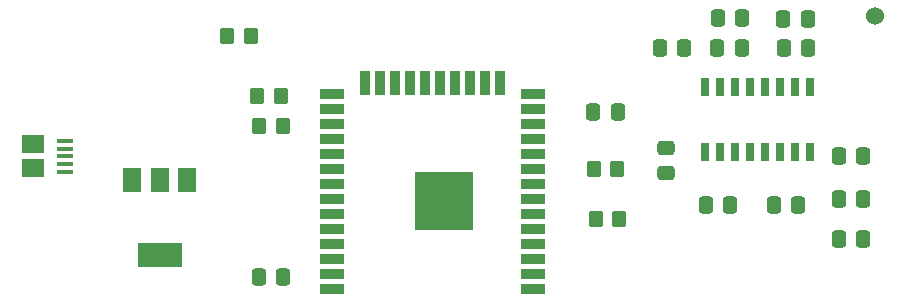
<source format=gtp>
%TF.GenerationSoftware,KiCad,Pcbnew,(6.0.7)*%
%TF.CreationDate,2022-10-30T14:33:08-06:00*%
%TF.ProjectId,attiny_rfid_light,61747469-6e79-45f7-9266-69645f6c6967,rev?*%
%TF.SameCoordinates,Original*%
%TF.FileFunction,Paste,Top*%
%TF.FilePolarity,Positive*%
%FSLAX46Y46*%
G04 Gerber Fmt 4.6, Leading zero omitted, Abs format (unit mm)*
G04 Created by KiCad (PCBNEW (6.0.7)) date 2022-10-30 14:33:08*
%MOMM*%
%LPD*%
G01*
G04 APERTURE LIST*
G04 Aperture macros list*
%AMRoundRect*
0 Rectangle with rounded corners*
0 $1 Rounding radius*
0 $2 $3 $4 $5 $6 $7 $8 $9 X,Y pos of 4 corners*
0 Add a 4 corners polygon primitive as box body*
4,1,4,$2,$3,$4,$5,$6,$7,$8,$9,$2,$3,0*
0 Add four circle primitives for the rounded corners*
1,1,$1+$1,$2,$3*
1,1,$1+$1,$4,$5*
1,1,$1+$1,$6,$7*
1,1,$1+$1,$8,$9*
0 Add four rect primitives between the rounded corners*
20,1,$1+$1,$2,$3,$4,$5,0*
20,1,$1+$1,$4,$5,$6,$7,0*
20,1,$1+$1,$6,$7,$8,$9,0*
20,1,$1+$1,$8,$9,$2,$3,0*%
G04 Aperture macros list end*
%ADD10R,1.350000X0.400000*%
%ADD11R,1.900000X1.500000*%
%ADD12R,1.500000X2.000000*%
%ADD13R,3.800000X2.000000*%
%ADD14RoundRect,0.250000X-0.337500X-0.475000X0.337500X-0.475000X0.337500X0.475000X-0.337500X0.475000X0*%
%ADD15C,1.524000*%
%ADD16RoundRect,0.250000X-0.350000X-0.450000X0.350000X-0.450000X0.350000X0.450000X-0.350000X0.450000X0*%
%ADD17RoundRect,0.250000X0.350000X0.450000X-0.350000X0.450000X-0.350000X-0.450000X0.350000X-0.450000X0*%
%ADD18RoundRect,0.250000X0.475000X-0.337500X0.475000X0.337500X-0.475000X0.337500X-0.475000X-0.337500X0*%
%ADD19R,0.650000X1.550000*%
%ADD20RoundRect,0.250000X0.337500X0.475000X-0.337500X0.475000X-0.337500X-0.475000X0.337500X-0.475000X0*%
%ADD21R,2.000000X0.900000*%
%ADD22R,0.900000X2.000000*%
%ADD23R,5.000000X5.000000*%
G04 APERTURE END LIST*
D10*
X70042500Y-140940000D03*
X70042500Y-141590000D03*
X70042500Y-142240000D03*
X70042500Y-142890000D03*
X70042500Y-143540000D03*
D11*
X67342500Y-143240000D03*
X67342500Y-141240000D03*
D12*
X80382400Y-144284400D03*
X78082400Y-144284400D03*
D13*
X78082400Y-150584400D03*
D12*
X75782400Y-144284400D03*
D14*
X114791300Y-138482300D03*
X116866300Y-138482300D03*
X135593300Y-145825100D03*
X137668300Y-145825100D03*
D15*
X138663196Y-130386600D03*
D14*
X124334300Y-146336500D03*
X126409300Y-146336500D03*
X125313300Y-133036400D03*
X127388300Y-133036400D03*
X86457600Y-152494800D03*
X88532600Y-152494800D03*
X135593300Y-142240000D03*
X137668300Y-142240000D03*
D16*
X86495100Y-139700000D03*
X88495100Y-139700000D03*
D17*
X116847100Y-143316300D03*
X114847100Y-143316300D03*
D14*
X120415600Y-133060600D03*
X122490600Y-133060600D03*
D16*
X115009700Y-147538400D03*
X117009700Y-147538400D03*
D14*
X125316000Y-130527600D03*
X127391000Y-130527600D03*
D18*
X120966100Y-143619500D03*
X120966100Y-141544500D03*
D14*
X130881600Y-130649900D03*
X132956600Y-130649900D03*
D19*
X133183500Y-136397000D03*
X131913500Y-136397000D03*
X130643500Y-136397000D03*
X129373500Y-136397000D03*
X128103500Y-136397000D03*
X126833500Y-136397000D03*
X125563500Y-136397000D03*
X124293500Y-136397000D03*
X124293500Y-141847000D03*
X125563500Y-141847000D03*
X126833500Y-141847000D03*
X128103500Y-141847000D03*
X129373500Y-141847000D03*
X130643500Y-141847000D03*
X131913500Y-141847000D03*
X133183500Y-141847000D03*
D20*
X137647300Y-149213800D03*
X135572300Y-149213800D03*
D14*
X130088900Y-146336500D03*
X132163900Y-146336500D03*
D16*
X86360000Y-137160000D03*
X88360000Y-137160000D03*
D14*
X130942800Y-133036400D03*
X133017800Y-133036400D03*
D21*
X109688200Y-153519800D03*
X109688200Y-152249800D03*
X109688200Y-150979800D03*
X109688200Y-149709800D03*
X109688200Y-148439800D03*
X109688200Y-147169800D03*
X109688200Y-145899800D03*
X109688200Y-144629800D03*
X109688200Y-143359800D03*
X109688200Y-142089800D03*
X109688200Y-140819800D03*
X109688200Y-139549800D03*
X109688200Y-138279800D03*
X109688200Y-137009800D03*
D22*
X106903200Y-136009800D03*
X105633200Y-136009800D03*
X104363200Y-136009800D03*
X103093200Y-136009800D03*
X101823200Y-136009800D03*
X100553200Y-136009800D03*
X99283200Y-136009800D03*
X98013200Y-136009800D03*
X96743200Y-136009800D03*
X95473200Y-136009800D03*
D21*
X92688200Y-137009800D03*
X92688200Y-138279800D03*
X92688200Y-139549800D03*
X92688200Y-140819800D03*
X92688200Y-142089800D03*
X92688200Y-143359800D03*
X92688200Y-144629800D03*
X92688200Y-145899800D03*
X92688200Y-147169800D03*
X92688200Y-148439800D03*
X92688200Y-149709800D03*
X92688200Y-150979800D03*
X92688200Y-152249800D03*
X92688200Y-153519800D03*
D23*
X102188200Y-146019800D03*
D16*
X83820000Y-132080000D03*
X85820000Y-132080000D03*
M02*

</source>
